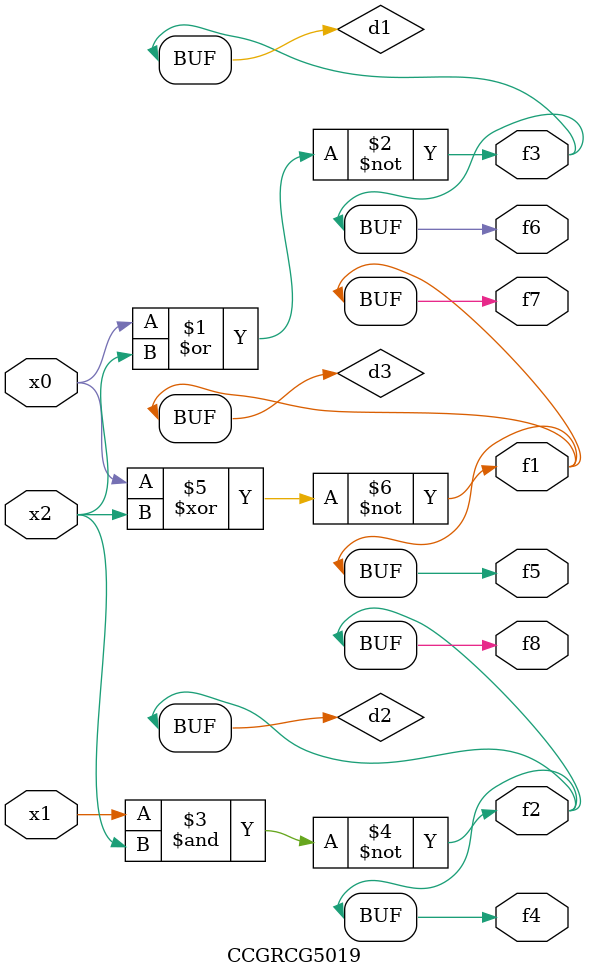
<source format=v>
module CCGRCG5019(
	input x0, x1, x2,
	output f1, f2, f3, f4, f5, f6, f7, f8
);

	wire d1, d2, d3;

	nor (d1, x0, x2);
	nand (d2, x1, x2);
	xnor (d3, x0, x2);
	assign f1 = d3;
	assign f2 = d2;
	assign f3 = d1;
	assign f4 = d2;
	assign f5 = d3;
	assign f6 = d1;
	assign f7 = d3;
	assign f8 = d2;
endmodule

</source>
